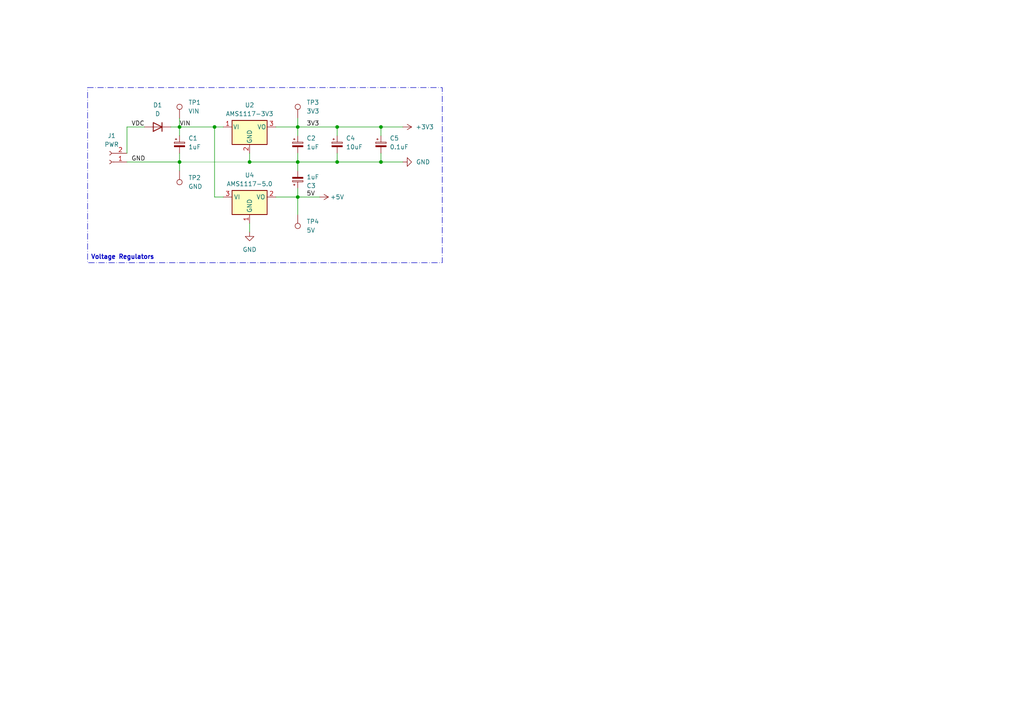
<source format=kicad_sch>
(kicad_sch (version 20231120) (generator "eeschema") (generator_version "8.0")
  (paper "A4")
  (lib_symbols
    (symbol "Connector:Conn_01x02_Socket" (pin_names (offset 1.016) hide)
      (property "Reference" "J" (at 0 2.54 0))
      (property "Value" "Conn_01x02_Socket" (at 0 -5.08 0))
      (symbol "Conn_01x02_Socket_1_1"
        (arc (start 0 -2.032) (mid -0.5058 -2.54) (end 0 -3.048) (stroke (width 0.1524)))
        (polyline (pts (xy -1.27 -2.54) (xy -0.508 -2.54)) (stroke (width 0.1524)))
        (polyline (pts (xy -1.27 0) (xy -0.508 0)) (stroke (width 0.1524)))
        (arc (start 0 0.508) (mid -0.5058 0) (end 0 -0.508) (stroke (width 0.1524)))
        (pin passive line (at -5.08 0 0) (length 3.81) (name "Pin_1") (number "1"))
        (pin passive line (at -5.08 -2.54 0) (length 3.81) (name "Pin_2") (number "2"))
      )
    )
    (symbol "Connector:TestPoint" (pin_numbers hide) (pin_names (offset 0.762) hide)
      (property "Reference" "TP" (at 0 6.858 0))
      (property "Value" "TestPoint" (at 0 5.08 0))
      (symbol "TestPoint_0_1"
        (circle (center 0 3.302) (radius 0.762))
      )
      (symbol "TestPoint_1_1"
        (pin passive line (at 0 0 90) (length 2.54) (name "1") (number "1"))
      )
    )
    (symbol "Device:C_Polarized_Small" (pin_numbers hide) (pin_names (offset 0.254) hide)
      (property "Reference" "C" (at 0.254 1.778 0))
      (property "Value" "C_Polarized_Small" (at 0.254 -2.032 0))
      (symbol "C_Polarized_Small_0_1"
        (rectangle (start -1.524 -0.3048) (end 1.524 -0.6858) (fill (type outline)))
        (rectangle (start -1.524 0.6858) (end 1.524 0.3048))
        (polyline (pts (xy -1.27 1.524) (xy -0.762 1.524)))
        (polyline (pts (xy -1.016 1.27) (xy -1.016 1.778)))
      )
      (symbol "C_Polarized_Small_1_1"
        (pin passive line (at 0 2.54 270) (length 1.8542) (name "~") (number "1"))
        (pin passive line (at 0 -2.54 90) (length 1.8542) (name "~") (number "2"))
      )
    )
    (symbol "Device:D" (pin_numbers hide) (pin_names (offset 1.016) hide)
      (property "Reference" "D" (at 0 2.54 0))
      (property "Value" "D" (at 0 -2.54 0))
      (symbol "D_0_1"
        (polyline (pts (xy -1.27 1.27) (xy -1.27 -1.27)) (stroke (width 0.254)))
        (polyline (pts (xy 1.27 0) (xy -1.27 0)))
        (polyline (pts (xy 1.27 1.27) (xy 1.27 -1.27) (xy -1.27 0) (xy 1.27 1.27)) (stroke (width 0.254)))
      )
      (symbol "D_1_1"
        (pin passive line (at -3.81 0 0) (length 2.54) (name "K") (number "1"))
        (pin passive line (at 3.81 0 180) (length 2.54) (name "A") (number "2"))
      )
    )
    (symbol "Regulator_Linear:AMS1117-5.0"
      (property "Reference" "U" (at -3.81 3.175 0))
      (property "Value" "AMS1117-5.0" (at 0 3.175 0))
      (symbol "AMS1117-5.0_0_1"
        (rectangle (start -5.08 -5.08) (end 5.08 1.905) (stroke (width 0.254)) (fill (type background)))
      )
      (symbol "AMS1117-5.0_1_1"
        (pin power_in line (at 0 -7.62 90) (length 2.54) (name "GND") (number "1"))
        (pin power_out line (at 7.62 0 180) (length 2.54) (name "VO") (number "2"))
        (pin power_in line (at -7.62 0 0) (length 2.54) (name "VI") (number "3"))
      )
    )
    (symbol "Regulator_Linear:LM78M05_TO220" (pin_names (offset 0.254))
      (property "Reference" "U" (at -3.81 3.175 0))
      (property "Value" "LM78M05_TO220" (at 0 3.175 0))
      (symbol "LM78M05_TO220_0_1"
        (rectangle (start -5.08 1.905) (end 5.08 -5.08) (stroke (width 0.254)) (fill (type background)))
      )
      (symbol "LM78M05_TO220_1_1"
        (pin power_in line (at -7.62 0 0) (length 2.54) (name "VI") (number "1"))
        (pin power_in line (at 0 -7.62 90) (length 2.54) (name "GND") (number "2"))
        (pin power_out line (at 7.62 0 180) (length 2.54) (name "VO") (number "3"))
      )
    )
    (symbol "power:+3V3" (power) (pin_names (offset 0))
      (property "Value" "+3V3" (at 0 3.556 0))
      (symbol "+3V3_0_1"
        (polyline (pts (xy -0.762 1.27) (xy 0 2.54)))
        (polyline (pts (xy 0 0) (xy 0 2.54)))
        (polyline (pts (xy 0 2.54) (xy 0.762 1.27)))
      )
      (symbol "+3V3_1_1"
        (pin power_in line (at 0 0 90) (length 0) hide (name "+3V3") (number "1"))
      )
    )
    (symbol "power:+5V" (power) (pin_names (offset 0))
      (property "Value" "+5V" (at 0 3.556 0))
      (symbol "+5V_0_1"
        (polyline (pts (xy -0.762 1.27) (xy 0 2.54)))
        (polyline (pts (xy 0 0) (xy 0 2.54)))
        (polyline (pts (xy 0 2.54) (xy 0.762 1.27)))
      )
      (symbol "+5V_1_1"
        (pin power_in line (at 0 0 90) (length 0) hide (name "+5V") (number "1"))
      )
    )
    (symbol "power:GND" (power) (pin_names (offset 0))
      (property "Value" "GND" (at 0 -3.81 0))
      (symbol "GND_0_1"
        (polyline (pts (xy 0 0) (xy 0 -1.27) (xy 1.27 -1.27) (xy 0 -2.54) (xy -1.27 -1.27) (xy 0 -1.27)))
      )
      (symbol "GND_1_1"
        (pin power_in line (at 0 0 270) (length 0) hide (name "GND") (number "1"))
      )
    )
  )
  (junction (at 52.07 46.99))
  (junction (at 86.36 46.99))
  (junction (at 110.49 46.99))
  (junction (at 97.79 46.99))
  (junction (at 52.07 36.83))
  (junction (at 86.36 57.15))
  (junction (at 62.23 36.83))
  (junction (at 86.36 36.83))
  (junction (at 72.39 46.99))
  (junction (at 97.79 36.83))
  (junction (at 110.49 36.83))
  (wire (pts (xy 97.79 36.83) (xy 97.79 39.37)))
  (wire (pts (xy 86.36 34.29) (xy 86.36 36.83)))
  (wire (pts (xy 72.39 46.99) (xy 86.36 46.99)))
  (wire (pts (xy 86.36 54.61) (xy 86.36 57.15)))
  (wire (pts (xy 80.01 57.15) (xy 86.36 57.15)))
  (wire (pts (xy 62.23 36.83) (xy 64.77 36.83)))
  (wire (pts (xy 72.39 64.77) (xy 72.39 67.31)))
  (wire (pts (xy 80.01 36.83) (xy 86.36 36.83)))
  (wire (pts (xy 52.07 36.83) (xy 52.07 39.37)))
  (wire (pts (xy 110.49 36.83) (xy 110.49 39.37)))
  (wire (pts (xy 86.36 46.99) (xy 97.79 46.99)))
  (wire (pts (xy 86.36 44.45) (xy 86.36 46.99)))
  (wire (pts (xy 86.36 57.15) (xy 92.71 57.15)))
  (wire (pts (xy 64.77 57.15) (xy 62.23 57.15)))
  (wire (pts (xy 49.53 36.83) (xy 52.07 36.83)))
  (wire (pts (xy 86.36 39.37) (xy 86.36 36.83)))
  (wire (pts (xy 86.36 57.15) (xy 86.36 62.23)))
  (wire (pts (xy 52.07 44.45) (xy 52.07 46.99)))
  (wire (pts (xy 97.79 44.45) (xy 97.79 46.99)))
  (wire (pts (xy 110.49 44.45) (xy 110.49 46.99)))
  (wire (pts (xy 52.07 49.53) (xy 52.07 46.99)))
  (wire (pts (xy 86.36 36.83) (xy 97.79 36.83)))
  (wire (pts (xy 86.36 46.99) (xy 86.36 49.53)))
  (wire (pts (xy 110.49 36.83) (xy 116.84 36.83)))
  (wire (pts (xy 97.79 46.99) (xy 110.49 46.99)))
  (wire (pts (xy 36.83 36.83) (xy 36.83 44.45)))
  (wire (pts (xy 110.49 46.99) (xy 116.84 46.99)))
  (wire (pts (xy 36.83 46.99) (xy 52.07 46.99)))
  (wire (pts (xy 52.07 34.29) (xy 52.07 36.83)))
  (wire (pts (xy 62.23 36.83) (xy 62.23 57.15)))
  (wire (pts (xy 36.83 36.83) (xy 41.91 36.83)))
  (wire (pts (xy 72.39 44.45) (xy 72.39 46.99)))
  (wire (pts (xy 97.79 36.83) (xy 110.49 36.83)))
  (wire (pts (xy 52.07 46.99) (xy 72.39 46.99)) (stroke (width 0.0254)))
  (wire (pts (xy 52.07 36.83) (xy 62.23 36.83)))
  (rectangle (start 25.4 25.4) (end 128.27 76.2) (stroke (width 0) (type dash_dot)))
  (text "Voltage Regulators" (at 35.56 73.914 0) (effects (font (size 1.27 1.27) (thickness 0.254) (bold yes)) (justify top)))
  (label "GND" (at 38.1 46.99 0))
  (label "5V" (at 88.9 57.15 0))
  (label "VIN" (at 52.07 36.83 0))
  (label "VDC" (at 38.1 36.83 0))
  (label "3V3" (at 88.9 36.83 0))
  (symbol (lib_id "Device:C_Polarized_Small") (at 110.49 41.91 0) (unit 1)
    (property "Reference" "C5" (at 113.03 40.0938 0) (effects (justify left)))
    (property "Value" "0.1uF" (at 113.03 42.6338 0) (effects (justify left)))
    (property "Footprint" "Capacitor_SMD:CP_Elec_3x5.3" (effects (hide yes)))
  )
  (symbol (lib_id "Connector:TestPoint") (at 86.36 34.29 0) (unit 1)
    (property "Reference" "TP3" (at 88.9 29.7179 0) (effects (justify left)))
    (property "Value" "3V3" (at 88.9 32.2579 0) (effects (justify left)))
    (property "Footprint" "TestPoint:TestPoint_Pad_D1.5mm" (effects (hide yes)))
    (property "Description" "test point" (effects (hide yes)))
  )
  (symbol (lib_id "power:+3V3") (at 116.84 36.83 270) (unit 1)
    (property "Reference" "#PWR04" (effects (hide yes)))
    (property "Value" "+3V3" (at 123.19 36.83 90))
  )
  (symbol (lib_id "power:+5V") (at 92.71 57.15 270) (unit 1)
    (property "Reference" "#PWR03" (effects (hide yes)))
    (property "Value" "+5V" (at 97.79 57.15 90))
  )
  (symbol (lib_id "power:GND") (at 116.84 46.99 90) (unit 1)
    (property "Reference" "#PWR05" (effects (hide yes)))
    (property "Value" "GND" (at 120.65 46.9899 90) (effects (justify right)))
  )
  (symbol (lib_id "Device:C_Polarized_Small") (at 97.79 41.91 0) (unit 1)
    (property "Reference" "C4" (at 100.33 40.0938 0) (effects (justify left)))
    (property "Value" "10uF" (at 100.33 42.6338 0) (effects (justify left)))
    (property "Footprint" "Capacitor_SMD:CP_Elec_3x5.3" (effects (hide yes)))
  )
  (symbol (lib_id "Device:C_Polarized_Small") (at 86.36 41.91 0) (unit 1)
    (property "Reference" "C2" (at 88.9 40.0939 0) (effects (justify left)))
    (property "Value" "1uF" (at 88.9 42.6339 0) (effects (justify left)))
    (property "Footprint" "Capacitor_SMD:CP_Elec_3x5.3" (effects (hide yes)))
  )
  (symbol (lib_id "Connector:TestPoint") (at 52.07 49.53 180) (unit 1)
    (property "Reference" "TP2" (at 54.61 51.5619 0) (effects (justify right)))
    (property "Value" "GND" (at 54.61 54.1019 0) (effects (justify right)))
    (property "Footprint" "TestPoint:TestPoint_Pad_D1.5mm" (effects (hide yes)))
    (property "Description" "test point" (effects (hide yes)))
  )
  (symbol (lib_id "Connector:TestPoint") (at 52.07 34.29 0) (unit 1)
    (property "Reference" "TP1" (at 54.61 29.7179 0) (effects (justify left)))
    (property "Value" "VIN" (at 54.61 32.2579 0) (effects (justify left)))
    (property "Footprint" "TestPoint:TestPoint_Pad_D1.5mm" (effects (hide yes)))
    (property "Description" "test point" (effects (hide yes)))
  )
  (symbol (lib_id "Connector:TestPoint") (at 86.36 62.23 180) (unit 1)
    (property "Reference" "TP4" (at 88.9 64.2619 0) (effects (justify right)))
    (property "Value" "5V" (at 88.9 66.8019 0) (effects (justify right)))
    (property "Footprint" "TestPoint:TestPoint_Pad_D1.5mm" (effects (hide yes)))
    (property "Description" "test point" (effects (hide yes)))
  )
  (symbol (lib_id "Regulator_Linear:AMS1117-5.0") (at 72.39 57.15 0) (unit 1)
    (property "Reference" "U4" (at 72.39 50.8 0))
    (property "Value" "AMS1117-5.0" (at 72.39 53.34 0))
    (property "Footprint" "Package_TO_SOT_SMD:SOT-223-3_TabPin2" (effects (hide yes)))
    (property "Datasheet" "http://www.advanced-monolithic.com/pdf/ds1117.pdf" (effects (hide yes)))
    (property "Description" "1A Low Dropout regulator, positive, 5.0V fixed output, SOT-223" (effects (hide yes)))
  )
  (symbol (lib_id "Device:C_Polarized_Small") (at 86.36 52.07 0) (mirror x) (unit 1)
    (property "Reference" "C3" (at 88.9 53.8861 0) (effects (justify left)))
    (property "Value" "1uF" (at 88.9 51.3461 0) (effects (justify left)))
    (property "Footprint" "Capacitor_SMD:CP_Elec_3x5.3" (effects (hide yes)))
  )
  (symbol (lib_id "Regulator_Linear:LM78M05_TO220") (at 72.39 36.83 0) (unit 1)
    (property "Reference" "U2" (at 72.39 30.48 0))
    (property "Value" "AMS1117-3V3" (at 72.39 33.02 0))
    (property "Footprint" "Package_TO_SOT_SMD:SOT-223-3_TabPin2" (effects (hide yes)))
    (property "Datasheet" "https://www.onsemi.com/pub/Collateral/MC78M00-D.PDF" (effects (hide yes)))
  )
  (symbol (lib_id "power:GND") (at 72.39 67.31 0) (unit 1)
    (property "Reference" "#PWR02" (effects (hide yes)))
    (property "Value" "GND" (at 72.39 72.39 0))
  )
  (symbol (lib_id "Connector:Conn_01x02_Socket") (at 31.75 46.99 180) (unit 1)
    (property "Reference" "J1" (at 32.385 39.37 0))
    (property "Value" "PWR" (at 32.385 41.91 0))
    (property "Footprint" "Connector_PinSocket_2.54mm:PinSocket_1x02_P2.54mm_Vertical" (effects (hide yes)))
  )
  (symbol (lib_id "Device:C_Polarized_Small") (at 52.07 41.91 0) (unit 1)
    (property "Reference" "C1" (at 54.61 40.0939 0) (effects (justify left)))
    (property "Value" "1uF" (at 54.61 42.6339 0) (effects (justify left)))
    (property "Footprint" "Capacitor_SMD:CP_Elec_3x5.3" (effects (hide yes)))
  )
  (symbol (lib_id "Device:D") (at 45.72 36.83 180) (unit 1)
    (property "Reference" "D1" (at 45.72 30.48 0))
    (property "Value" "D" (at 45.72 33.02 0))
    (property "Footprint" "Diode_SMD:D_1210_3225Metric" (effects (hide yes)))
    (property "Description" "Diode" (effects (hide yes)))
    (property "Sim.Device" "D" (effects (hide yes)))
    (property "Sim.Pins" "1=K 2=A" (effects (hide yes)))
  )
)
</source>
